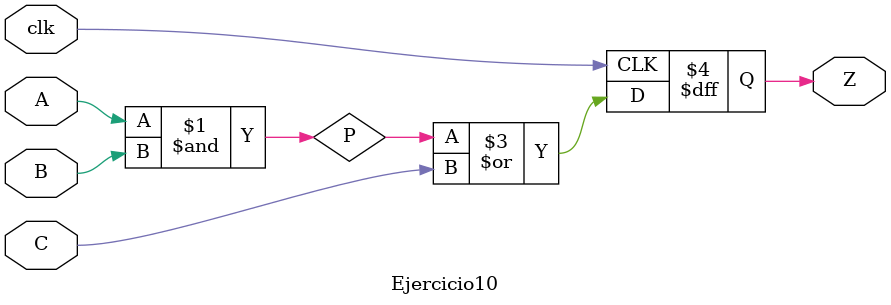
<source format=sv>
module Ejercicio10 (input logic A, B, C, clk,
						  output logic Z);
						  
	logic P;
	
	assign P = A & B;
	always_ff @ (posedge clk)
	begin
		Z <= P | C;
	end
endmodule
</source>
